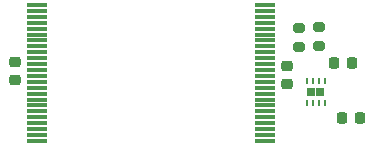
<source format=gbr>
%TF.GenerationSoftware,KiCad,Pcbnew,7.0.7*%
%TF.CreationDate,2024-01-11T13:54:05+01:00*%
%TF.ProjectId,ovrdrive,6f767264-7269-4766-952e-6b696361645f,rev?*%
%TF.SameCoordinates,Original*%
%TF.FileFunction,Paste,Bot*%
%TF.FilePolarity,Positive*%
%FSLAX46Y46*%
G04 Gerber Fmt 4.6, Leading zero omitted, Abs format (unit mm)*
G04 Created by KiCad (PCBNEW 7.0.7) date 2024-01-11 13:54:05*
%MOMM*%
%LPD*%
G01*
G04 APERTURE LIST*
G04 Aperture macros list*
%AMRoundRect*
0 Rectangle with rounded corners*
0 $1 Rounding radius*
0 $2 $3 $4 $5 $6 $7 $8 $9 X,Y pos of 4 corners*
0 Add a 4 corners polygon primitive as box body*
4,1,4,$2,$3,$4,$5,$6,$7,$8,$9,$2,$3,0*
0 Add four circle primitives for the rounded corners*
1,1,$1+$1,$2,$3*
1,1,$1+$1,$4,$5*
1,1,$1+$1,$6,$7*
1,1,$1+$1,$8,$9*
0 Add four rect primitives between the rounded corners*
20,1,$1+$1,$2,$3,$4,$5,0*
20,1,$1+$1,$4,$5,$6,$7,0*
20,1,$1+$1,$6,$7,$8,$9,0*
20,1,$1+$1,$8,$9,$2,$3,0*%
G04 Aperture macros list end*
%ADD10RoundRect,0.200000X0.275000X-0.200000X0.275000X0.200000X-0.275000X0.200000X-0.275000X-0.200000X0*%
%ADD11RoundRect,0.225000X-0.250000X0.225000X-0.250000X-0.225000X0.250000X-0.225000X0.250000X0.225000X0*%
%ADD12RoundRect,0.200000X-0.275000X0.200000X-0.275000X-0.200000X0.275000X-0.200000X0.275000X0.200000X0*%
%ADD13RoundRect,0.011200X0.768800X0.128800X-0.768800X0.128800X-0.768800X-0.128800X0.768800X-0.128800X0*%
%ADD14RoundRect,0.225000X-0.225000X-0.250000X0.225000X-0.250000X0.225000X0.250000X-0.225000X0.250000X0*%
%ADD15R,0.650000X0.750000*%
%ADD16R,0.250000X0.500000*%
G04 APERTURE END LIST*
D10*
%TO.C,R14*%
X139700000Y-101925000D03*
X139700000Y-100275000D03*
%TD*%
D11*
%TO.C,C2*%
X113900000Y-103275000D03*
X113900000Y-104825000D03*
%TD*%
D12*
%TO.C,R15*%
X138000000Y-100375000D03*
X138000000Y-102025000D03*
%TD*%
D11*
%TO.C,C1*%
X137000000Y-103625000D03*
X137000000Y-105175000D03*
%TD*%
D13*
%TO.C,U2*%
X135127500Y-98450000D03*
X135127500Y-98950000D03*
X135127500Y-99450000D03*
X135127500Y-99950000D03*
X135127500Y-100450000D03*
X135127500Y-100950000D03*
X135127500Y-101450000D03*
X135127500Y-101950000D03*
X135127500Y-102450000D03*
X135127500Y-102950000D03*
X135127500Y-103450000D03*
X135127500Y-103950000D03*
X135127500Y-104450000D03*
X135127500Y-104950000D03*
X135127500Y-105450000D03*
X135127500Y-105950000D03*
X135127500Y-106450000D03*
X135127500Y-106950000D03*
X135127500Y-107450000D03*
X135127500Y-107950000D03*
X135127500Y-108450000D03*
X135127500Y-108950000D03*
X135127500Y-109450000D03*
X135127500Y-109950000D03*
X115767500Y-109950000D03*
X115767500Y-109450000D03*
X115767500Y-108950000D03*
X115767500Y-108450000D03*
X115767500Y-107950000D03*
X115767500Y-107450000D03*
X115767500Y-106950000D03*
X115767500Y-106450000D03*
X115767500Y-105950000D03*
X115767500Y-105450000D03*
X115767500Y-104950000D03*
X115767500Y-104450000D03*
X115767500Y-103950000D03*
X115767500Y-103450000D03*
X115767500Y-102950000D03*
X115767500Y-102450000D03*
X115767500Y-101950000D03*
X115767500Y-101450000D03*
X115767500Y-100950000D03*
X115767500Y-100450000D03*
X115767500Y-99950000D03*
X115767500Y-99450000D03*
X115767500Y-98950000D03*
X115767500Y-98450000D03*
%TD*%
D14*
%TO.C,C16*%
X140925000Y-103400000D03*
X142475000Y-103400000D03*
%TD*%
D15*
%TO.C,U5*%
X139000000Y-105800000D03*
X139800000Y-105800000D03*
D16*
X140150000Y-106750000D03*
X139650000Y-106750000D03*
X139150000Y-106750000D03*
X138650000Y-106750000D03*
X138650000Y-104850000D03*
X139150000Y-104850000D03*
X139650000Y-104850000D03*
X140150000Y-104850000D03*
%TD*%
D14*
%TO.C,C15*%
X141625000Y-108000000D03*
X143175000Y-108000000D03*
%TD*%
M02*

</source>
